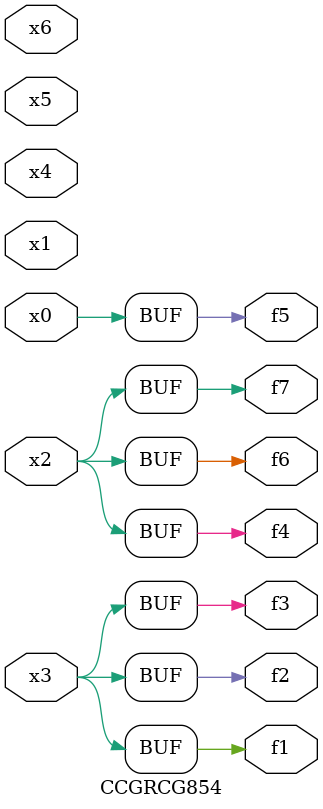
<source format=v>
module CCGRCG854(
	input x0, x1, x2, x3, x4, x5, x6,
	output f1, f2, f3, f4, f5, f6, f7
);
	assign f1 = x3;
	assign f2 = x3;
	assign f3 = x3;
	assign f4 = x2;
	assign f5 = x0;
	assign f6 = x2;
	assign f7 = x2;
endmodule

</source>
